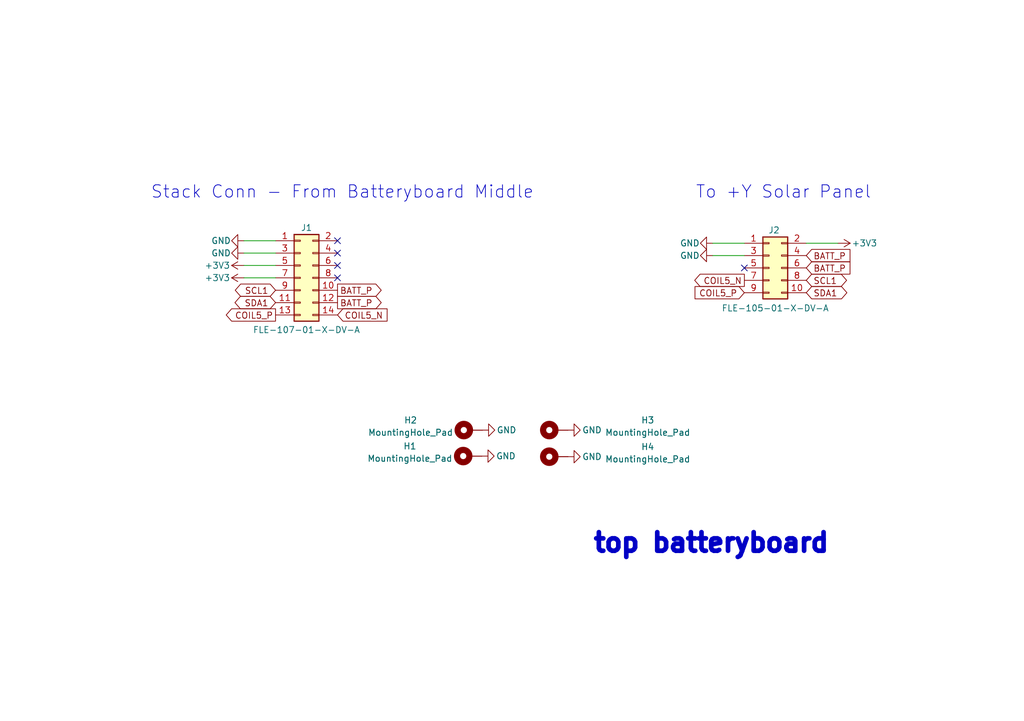
<source format=kicad_sch>
(kicad_sch (version 20230121) (generator eeschema)
  (paper "A5")
  (title_block (title "PyCubed Mini") (date "2023-04-12") (rev "B3/02") (company "RExLab Carnegie Mellon University") (comment 1 "N. Khera") (comment 2 "Z. Manchester"))
  (lib_symbols
    (symbol "Connector_Generic:Conn_02x05_Odd_Even" (pin_names (offset 1.016) hide)
      (property "Reference" "J" (at 1.27 7.62 0))
      (property "Value" "Conn_02x05_Odd_Even" (at 1.27 -7.62 0))
      (symbol "Conn_02x05_Odd_Even_1_1"
        (rectangle (start -1.27 -4.953) (end 0 -5.207) (stroke (width 0.1524)))
        (rectangle (start -1.27 -2.413) (end 0 -2.667) (stroke (width 0.1524)))
        (rectangle (start -1.27 0.127) (end 0 -0.127) (stroke (width 0.1524)))
        (rectangle (start -1.27 2.667) (end 0 2.413) (stroke (width 0.1524)))
        (rectangle (start -1.27 5.207) (end 0 4.953) (stroke (width 0.1524)))
        (rectangle (start -1.27 6.35) (end 3.81 -6.35) (stroke (width 0.254)) (fill (type background)))
        (rectangle (start 3.81 -4.953) (end 2.54 -5.207) (stroke (width 0.1524)))
        (rectangle (start 3.81 -2.413) (end 2.54 -2.667) (stroke (width 0.1524)))
        (rectangle (start 3.81 0.127) (end 2.54 -0.127) (stroke (width 0.1524)))
        (rectangle (start 3.81 2.667) (end 2.54 2.413) (stroke (width 0.1524)))
        (rectangle (start 3.81 5.207) (end 2.54 4.953) (stroke (width 0.1524)))
        (pin passive line (at -5.08 5.08 0) (length 3.81) (name "Pin_1") (number "1"))
        (pin passive line (at 7.62 -5.08 180) (length 3.81) (name "Pin_10") (number "10"))
        (pin passive line (at 7.62 5.08 180) (length 3.81) (name "Pin_2") (number "2"))
        (pin passive line (at -5.08 2.54 0) (length 3.81) (name "Pin_3") (number "3"))
        (pin passive line (at 7.62 2.54 180) (length 3.81) (name "Pin_4") (number "4"))
        (pin passive line (at -5.08 0 0) (length 3.81) (name "Pin_5") (number "5"))
        (pin passive line (at 7.62 0 180) (length 3.81) (name "Pin_6") (number "6"))
        (pin passive line (at -5.08 -2.54 0) (length 3.81) (name "Pin_7") (number "7"))
        (pin passive line (at 7.62 -2.54 180) (length 3.81) (name "Pin_8") (number "8"))
        (pin passive line (at -5.08 -5.08 0) (length 3.81) (name "Pin_9") (number "9"))
      )
    )
    (symbol "Connector_Generic:Conn_02x07_Odd_Even" (pin_names (offset 1.016) hide)
      (property "Reference" "J" (at 1.27 10.16 0))
      (property "Value" "Conn_02x07_Odd_Even" (at 1.27 -10.16 0))
      (symbol "Conn_02x07_Odd_Even_1_1"
        (rectangle (start -1.27 -7.493) (end 0 -7.747) (stroke (width 0.1524)))
        (rectangle (start -1.27 -4.953) (end 0 -5.207) (stroke (width 0.1524)))
        (rectangle (start -1.27 -2.413) (end 0 -2.667) (stroke (width 0.1524)))
        (rectangle (start -1.27 0.127) (end 0 -0.127) (stroke (width 0.1524)))
        (rectangle (start -1.27 2.667) (end 0 2.413) (stroke (width 0.1524)))
        (rectangle (start -1.27 5.207) (end 0 4.953) (stroke (width 0.1524)))
        (rectangle (start -1.27 7.747) (end 0 7.493) (stroke (width 0.1524)))
        (rectangle (start -1.27 8.89) (end 3.81 -8.89) (stroke (width 0.254)) (fill (type background)))
        (rectangle (start 3.81 -7.493) (end 2.54 -7.747) (stroke (width 0.1524)))
        (rectangle (start 3.81 -4.953) (end 2.54 -5.207) (stroke (width 0.1524)))
        (rectangle (start 3.81 -2.413) (end 2.54 -2.667) (stroke (width 0.1524)))
        (rectangle (start 3.81 0.127) (end 2.54 -0.127) (stroke (width 0.1524)))
        (rectangle (start 3.81 2.667) (end 2.54 2.413) (stroke (width 0.1524)))
        (rectangle (start 3.81 5.207) (end 2.54 4.953) (stroke (width 0.1524)))
        (rectangle (start 3.81 7.747) (end 2.54 7.493) (stroke (width 0.1524)))
        (pin passive line (at -5.08 7.62 0) (length 3.81) (name "Pin_1") (number "1"))
        (pin passive line (at 7.62 -2.54 180) (length 3.81) (name "Pin_10") (number "10"))
        (pin passive line (at -5.08 -5.08 0) (length 3.81) (name "Pin_11") (number "11"))
        (pin passive line (at 7.62 -5.08 180) (length 3.81) (name "Pin_12") (number "12"))
        (pin passive line (at -5.08 -7.62 0) (length 3.81) (name "Pin_13") (number "13"))
        (pin passive line (at 7.62 -7.62 180) (length 3.81) (name "Pin_14") (number "14"))
        (pin passive line (at 7.62 7.62 180) (length 3.81) (name "Pin_2") (number "2"))
        (pin passive line (at -5.08 5.08 0) (length 3.81) (name "Pin_3") (number "3"))
        (pin passive line (at 7.62 5.08 180) (length 3.81) (name "Pin_4") (number "4"))
        (pin passive line (at -5.08 2.54 0) (length 3.81) (name "Pin_5") (number "5"))
        (pin passive line (at 7.62 2.54 180) (length 3.81) (name "Pin_6") (number "6"))
        (pin passive line (at -5.08 0 0) (length 3.81) (name "Pin_7") (number "7"))
        (pin passive line (at 7.62 0 180) (length 3.81) (name "Pin_8") (number "8"))
        (pin passive line (at -5.08 -2.54 0) (length 3.81) (name "Pin_9") (number "9"))
      )
    )
    (symbol "Mechanical:MountingHole_Pad" (pin_numbers hide) (pin_names (offset 1.016) hide)
      (property "Reference" "H" (at 0 6.35 0))
      (property "Value" "MountingHole_Pad" (at 0 4.445 0))
      (symbol "MountingHole_Pad_0_1"
        (circle (center 0 1.27) (radius 1.27) (stroke (width 1.27)))
      )
      (symbol "MountingHole_Pad_1_1"
        (pin input line (at 0 -2.54 90) (length 2.54) (name "1") (number "1"))
      )
    )
    (symbol "power:+3V3" (power) (pin_names (offset 0))
      (property "Value" "+3V3" (at 0 3.556 0))
      (symbol "+3V3_0_1"
        (polyline (pts (xy -0.762 1.27) (xy 0 2.54)))
        (polyline (pts (xy 0 0) (xy 0 2.54)))
        (polyline (pts (xy 0 2.54) (xy 0.762 1.27)))
      )
      (symbol "+3V3_1_1"
        (pin power_in line (at 0 0 90) (length 0) hide (name "+3V3") (number "1"))
      )
    )
    (symbol "power:GND" (power) (pin_names (offset 0))
      (property "Value" "GND" (at 0 -3.81 0))
      (symbol "GND_0_1"
        (polyline (pts (xy 0 0) (xy 0 -1.27) (xy 1.27 -1.27) (xy 0 -2.54) (xy -1.27 -1.27) (xy 0 -1.27)))
      )
      (symbol "GND_1_1"
        (pin power_in line (at 0 0 270) (length 0) hide (name "GND") (number "1"))
      )
    )
  )
  (no_connect (at 152.654 54.991))
  (no_connect (at 69.215 49.403))
  (no_connect (at 69.215 51.943))
  (no_connect (at 69.215 54.483))
  (no_connect (at 69.215 57.023))
  (wire (pts (xy 50.038 49.403) (xy 56.515 49.403)))
  (wire (pts (xy 146.177 49.911) (xy 152.654 49.911)))
  (wire (pts (xy 171.831 49.911) (xy 165.354 49.911)))
  (wire (pts (xy 146.177 52.451) (xy 152.654 52.451)))
  (wire (pts (xy 50.038 57.023) (xy 56.515 57.023)))
  (wire (pts (xy 50.038 51.943) (xy 56.515 51.943)))
  (wire (pts (xy 50.038 54.483) (xy 56.515 54.483)))
  (text "To +Y Solar Panel" (at 142.621 41.021 0) (effects (font (size 2.54 2.54)) (justify left bottom)))
  (text "Stack Conn - From Batteryboard Middle" (at 30.861 41.021 0) (effects (font (size 2.54 2.54)) (justify left bottom)))
  (text "top batteryboard" (at 121.285 113.792 0) (effects (font (size 3.81 3.81) (thickness 1.016) bold) (justify left bottom)))
  (global_label "COIL5_P" (shape input) (at 152.654 60.071 180) (property "Intersheetrefs" "${INTERSHEET_REFS}" (effects hide)))
  (global_label "SDA1" (shape bidirectional) (at 56.515 62.103 180) (property "Intersheetrefs" "${INTERSHEET_REFS}" (effects hide)))
  (global_label "SCL1" (shape bidirectional) (at 165.354 57.531 0) (property "Intersheetrefs" "${INTERSHEET_REFS}" (effects hide)))
  (global_label "COIL5_N" (shape output) (at 152.654 57.531 180) (property "Intersheetrefs" "${INTERSHEET_REFS}" (effects hide)))
  (global_label "SCL1" (shape bidirectional) (at 56.515 59.563 180) (property "Intersheetrefs" "${INTERSHEET_REFS}" (effects hide)))
  (global_label "COIL5_N" (shape input) (at 69.215 64.643 0) (property "Intersheetrefs" "${INTERSHEET_REFS}" (effects hide)))
  (global_label "BATT_P" (shape input) (at 165.354 54.991 0) (property "Intersheetrefs" "${INTERSHEET_REFS}" (effects hide)))
  (global_label "BATT_P" (shape output) (at 69.215 62.103 0) (property "Intersheetrefs" "${INTERSHEET_REFS}" (effects hide)))
  (global_label "BATT_P" (shape output) (at 69.215 59.563 0) (property "Intersheetrefs" "${INTERSHEET_REFS}" (effects hide)))
  (global_label "SDA1" (shape bidirectional) (at 165.354 60.071 0) (property "Intersheetrefs" "${INTERSHEET_REFS}" (effects hide)))
  (global_label "BATT_P" (shape input) (at 165.354 52.451 0) (property "Intersheetrefs" "${INTERSHEET_REFS}" (effects hide)))
  (global_label "COIL5_P" (shape output) (at 56.515 64.643 180) (property "Intersheetrefs" "${INTERSHEET_REFS}" (effects hide)))
  (symbol (lib_id "power:GND") (at 50.038 49.403 270) (unit 1)
    (property "Reference" "#PWR0108" (effects hide))
    (property "Value" "GND" (at 45.339 49.403 90))
  )
  (symbol (lib_id "power:GND") (at 98.806 93.599 90) (unit 1)
    (property "Reference" "#PWR0103" (effects hide))
    (property "Value" "GND" (at 103.759 93.599 90))
  )
  (symbol (lib_id "power:+3V3") (at 50.038 57.023 90) (mirror x) (unit 1)
    (property "Reference" "#PWR0104" (effects hide))
    (property "Value" "+3V3" (at 44.577 57.023 90))
  )
  (symbol (lib_id "power:+3V3") (at 50.038 54.483 90) (mirror x) (unit 1)
    (property "Reference" "#PWR0101" (effects hide))
    (property "Value" "+3V3" (at 44.577 54.483 90))
  )
  (symbol (lib_id "power:GND") (at 146.177 49.911 270) (unit 1)
    (property "Reference" "#PWR0110" (effects hide))
    (property "Value" "GND" (at 141.478 49.911 90))
  )
  (symbol (lib_id "Mechanical:MountingHole_Pad") (at 96.266 93.599 90) (unit 1) (in_bom no)
    (property "Reference" "H1" (at 84.074 91.567 90))
    (property "Value" "MountingHole_Pad" (at 84.074 94.1039 90))
    (property "Footprint" "mainboard:MountingHole" (effects hide))
  )
  (symbol (lib_id "power:GND") (at 50.038 51.943 270) (unit 1)
    (property "Reference" "#PWR0107" (effects hide))
    (property "Value" "GND" (at 45.339 51.943 90))
  )
  (symbol (lib_id "Mechanical:MountingHole_Pad") (at 113.919 88.265 90) (unit 1) (in_bom no)
    (property "Reference" "H3" (at 132.842 86.233 90))
    (property "Value" "MountingHole_Pad" (at 132.842 88.7699 90))
    (property "Footprint" "mainboard:MountingHole" (effects hide))
  )
  (symbol (lib_id "Connector_Generic:Conn_02x07_Odd_Even") (at 61.595 57.023 0) (unit 1)
    (property "Reference" "J1" (at 62.865 46.736 0))
    (property "Value" "FLE-107-01-X-DV-A" (at 62.865 67.691 0))
    (property "Footprint" "batteryboard:SAMTEC_FLE-107-01-X-DV-A" (effects hide))
    (property "Description" "CONN RCPT 14POS 0.05 GOLD SMD" (effects hide))
    (property "Manufacturer_Name" "Samtec Inc." (effects hide))
    (property "Manufacturer_Part_Number" "FLE-107-01-G-DV-A" (effects hide))
    (property "Website" "https://www.digikey.pt/pt/products/category/conectores-retangulares/2027?s=N4IgTCBcDaIGIBkCiBaAjABgOwo2lA4igCIBqKAgiALoC%20QA" (effects hide))
  )
  (symbol (lib_id "Mechanical:MountingHole_Pad") (at 113.919 93.726 90) (unit 1) (in_bom no)
    (property "Reference" "H4" (at 132.842 91.694 90))
    (property "Value" "MountingHole_Pad" (at 132.842 94.2309 90))
    (property "Footprint" "mainboard:MountingHole" (effects hide))
  )
  (symbol (lib_id "Mechanical:MountingHole_Pad") (at 96.393 88.265 90) (unit 1) (in_bom no)
    (property "Reference" "H2" (at 84.201 86.2361 90))
    (property "Value" "MountingHole_Pad" (at 84.201 88.773 90))
    (property "Footprint" "mainboard:MountingHole" (effects hide))
  )
  (symbol (lib_id "Connector_Generic:Conn_02x05_Odd_Even") (at 157.734 54.991 0) (unit 1)
    (property "Reference" "J2" (at 158.75 47.244 0))
    (property "Value" "FLE-105-01-X-DV-A" (at 159.004 63.246 0))
    (property "Footprint" "batteryboard:SAMTEC_FLE-105-01-X-DV-A" (effects hide))
    (property "Description" "CONN RCPT 10POS 0.05 GOLD SMD" (effects hide))
    (property "Manufacturer_Name" "Samtec Inc." (effects hide))
    (property "Manufacturer_Part_Number" "FLE-105-01-G-DV-A" (effects hide))
    (property "Website" "https://www.digikey.pt/pt/products/detail/samtec-inc/FLE-105-01-G-DV-A/2651128" (effects hide))
  )
  (symbol (lib_id "power:GND") (at 116.459 88.265 90) (unit 1)
    (property "Reference" "#PWR0105" (effects hide))
    (property "Value" "GND" (at 121.412 88.265 90))
  )
  (symbol (lib_id "power:+3V3") (at 171.831 49.911 270) (mirror x) (unit 1)
    (property "Reference" "#PWR0109" (effects hide))
    (property "Value" "+3V3" (at 177.292 49.911 90))
  )
  (symbol (lib_id "power:GND") (at 116.459 93.726 90) (unit 1)
    (property "Reference" "#PWR0106" (effects hide))
    (property "Value" "GND" (at 121.412 93.726 90))
  )
  (symbol (lib_id "power:GND") (at 146.177 52.451 270) (unit 1)
    (property "Reference" "#PWR0111" (effects hide))
    (property "Value" "GND" (at 141.478 52.451 90))
  )
  (symbol (lib_id "power:GND") (at 98.933 88.265 90) (unit 1)
    (property "Reference" "#PWR0102" (effects hide))
    (property "Value" "GND" (at 103.886 88.265 90))
  )
)
</source>
